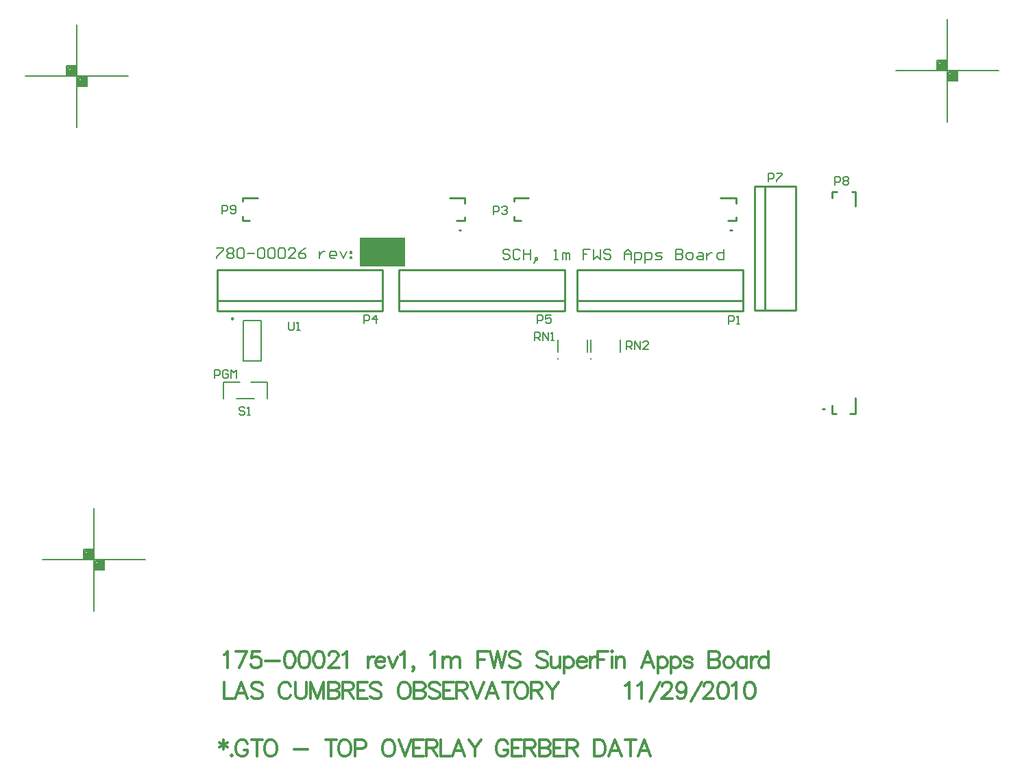
<source format=gto>
%FSLAX23Y23*%
%MOIN*%
G70*
G01*
G75*
G04 Layer_Color=65535*
%ADD10O,0.079X0.024*%
%ADD11R,0.017X0.045*%
%ADD12R,0.014X0.060*%
%ADD13R,0.030X0.100*%
%ADD14R,0.031X0.060*%
%ADD15R,0.022X0.085*%
%ADD16R,0.039X0.059*%
%ADD17R,0.085X0.022*%
%ADD18C,0.020*%
%ADD19C,0.010*%
%ADD20C,0.025*%
%ADD21C,0.050*%
%ADD22C,0.005*%
%ADD23C,0.012*%
%ADD24C,0.008*%
%ADD25C,0.012*%
%ADD26C,0.012*%
%ADD27C,0.059*%
%ADD28R,0.059X0.059*%
%ADD29R,0.059X0.059*%
%ADD30C,0.047*%
%ADD31C,0.219*%
%ADD32C,0.050*%
%ADD33C,0.024*%
%ADD34C,0.040*%
%ADD35C,0.075*%
%ADD36C,0.087*%
%ADD37C,0.206*%
%ADD38C,0.068*%
G04:AMPARAMS|DCode=39|XSize=88mil|YSize=88mil|CornerRadius=0mil|HoleSize=0mil|Usage=FLASHONLY|Rotation=0.000|XOffset=0mil|YOffset=0mil|HoleType=Round|Shape=Relief|Width=10mil|Gap=10mil|Entries=4|*
%AMTHD39*
7,0,0,0.088,0.068,0.010,45*
%
%ADD39THD39*%
G04:AMPARAMS|DCode=40|XSize=70mil|YSize=70mil|CornerRadius=0mil|HoleSize=0mil|Usage=FLASHONLY|Rotation=0.000|XOffset=0mil|YOffset=0mil|HoleType=Round|Shape=Relief|Width=10mil|Gap=10mil|Entries=4|*
%AMTHD40*
7,0,0,0.070,0.050,0.010,45*
%
%ADD40THD40*%
%ADD41C,0.010*%
%ADD42C,0.008*%
%ADD43C,0.007*%
%ADD44R,0.224X0.139*%
D19*
X32310Y19311D02*
X32302D01*
X32310D01*
X34078Y18441D02*
X34070D01*
X34078D01*
X33629Y19311D02*
X33621D01*
X33629D01*
X32877Y18916D02*
X33682D01*
X32877Y19116D02*
X33682D01*
Y18916D02*
Y19116D01*
X32877Y18916D02*
Y19116D01*
Y18966D02*
X33682D01*
X33788Y18919D02*
Y19524D01*
X33738D02*
X33938D01*
X33738Y18919D02*
X33938D01*
Y19524D01*
X33738Y18919D02*
Y19524D01*
X32255Y19465D02*
X32330D01*
X31251D02*
X31322D01*
X31251Y19355D02*
X31283D01*
X32291D02*
X32330D01*
Y19374D01*
Y19441D02*
Y19465D01*
X31251Y19355D02*
Y19378D01*
Y19449D02*
Y19465D01*
X34228Y18418D02*
Y18492D01*
Y19425D02*
Y19496D01*
X34117Y19465D02*
Y19496D01*
Y18418D02*
Y18457D01*
Y18418D02*
X34137D01*
X34204D02*
X34228D01*
X34117Y19496D02*
X34141D01*
X34212D02*
X34228D01*
X32011Y18916D02*
X32816D01*
X32011Y19116D02*
X32816D01*
Y18916D02*
Y19116D01*
X32011Y18916D02*
Y19116D01*
Y18966D02*
X32816D01*
X31125Y18916D02*
X31930D01*
X31125Y19116D02*
X31930D01*
Y18916D02*
Y19116D01*
X31125Y18916D02*
Y19116D01*
Y18966D02*
X31930D01*
X33574Y19465D02*
X33649D01*
X32570D02*
X32641D01*
X32570Y19355D02*
X32602D01*
X33610D02*
X33649D01*
Y19374D01*
Y19441D02*
Y19465D01*
X32570Y19355D02*
Y19378D01*
Y19449D02*
Y19465D01*
D22*
X31474Y18864D02*
Y18830D01*
X31481Y18824D01*
X31494D01*
X31501Y18830D01*
Y18864D01*
X31514Y18824D02*
X31528D01*
X31521D01*
Y18864D01*
X31514Y18857D01*
X32669Y18773D02*
Y18813D01*
X32689D01*
X32696Y18806D01*
Y18793D01*
X32689Y18786D01*
X32669D01*
X32683D02*
X32696Y18773D01*
X32709D02*
Y18813D01*
X32736Y18773D01*
Y18813D01*
X32749Y18773D02*
X32763D01*
X32756D01*
Y18813D01*
X32749Y18806D01*
X33613Y18854D02*
Y18894D01*
X33633D01*
X33640Y18887D01*
Y18874D01*
X33633Y18867D01*
X33613D01*
X33653Y18854D02*
X33667D01*
X33660D01*
Y18894D01*
X33653Y18887D01*
X33806Y19547D02*
Y19587D01*
X33826D01*
X33833Y19580D01*
Y19567D01*
X33826Y19560D01*
X33806D01*
X33846Y19587D02*
X33873D01*
Y19580D01*
X33846Y19553D01*
Y19547D01*
X31148Y19390D02*
Y19430D01*
X31168D01*
X31175Y19423D01*
Y19410D01*
X31168Y19403D01*
X31148D01*
X31188Y19396D02*
X31195Y19390D01*
X31208D01*
X31215Y19396D01*
Y19423D01*
X31208Y19430D01*
X31195D01*
X31188Y19423D01*
Y19416D01*
X31195Y19410D01*
X31215D01*
X31259Y18444D02*
X31252Y18451D01*
X31239D01*
X31232Y18444D01*
Y18437D01*
X31239Y18431D01*
X31252D01*
X31259Y18424D01*
Y18417D01*
X31252Y18411D01*
X31239D01*
X31232Y18417D01*
X31272Y18411D02*
X31286D01*
X31279D01*
Y18451D01*
X31272Y18444D01*
X33115Y18730D02*
Y18770D01*
X33135D01*
X33142Y18763D01*
Y18750D01*
X33135Y18743D01*
X33115D01*
X33129D02*
X33142Y18730D01*
X33155D02*
Y18770D01*
X33182Y18730D01*
Y18770D01*
X33222Y18730D02*
X33195D01*
X33222Y18756D01*
Y18763D01*
X33215Y18770D01*
X33202D01*
X33195Y18763D01*
X34130Y19531D02*
Y19571D01*
X34150D01*
X34157Y19564D01*
Y19551D01*
X34150Y19544D01*
X34130D01*
X34170Y19564D02*
X34177Y19571D01*
X34190D01*
X34197Y19564D01*
Y19557D01*
X34190Y19551D01*
X34197Y19544D01*
Y19537D01*
X34190Y19531D01*
X34177D01*
X34170Y19537D01*
Y19544D01*
X34177Y19551D01*
X34170Y19557D01*
Y19564D01*
X34177Y19551D02*
X34190D01*
X32684Y18856D02*
Y18896D01*
X32704D01*
X32711Y18889D01*
Y18876D01*
X32704Y18869D01*
X32684D01*
X32751Y18896D02*
X32724D01*
Y18876D01*
X32738Y18882D01*
X32744D01*
X32751Y18876D01*
Y18862D01*
X32744Y18856D01*
X32731D01*
X32724Y18862D01*
X31839Y18857D02*
Y18897D01*
X31859D01*
X31866Y18890D01*
Y18877D01*
X31859Y18870D01*
X31839D01*
X31899Y18857D02*
Y18897D01*
X31879Y18877D01*
X31906D01*
X32468Y19388D02*
Y19428D01*
X32488D01*
X32495Y19421D01*
Y19408D01*
X32488Y19401D01*
X32468D01*
X32508Y19421D02*
X32515Y19428D01*
X32528D01*
X32535Y19421D01*
Y19414D01*
X32528Y19408D01*
X32522D01*
X32528D01*
X32535Y19401D01*
Y19394D01*
X32528Y19388D01*
X32515D01*
X32508Y19394D01*
X31112Y18591D02*
Y18631D01*
X31132D01*
X31139Y18624D01*
Y18611D01*
X31132Y18604D01*
X31112D01*
X31179Y18624D02*
X31172Y18631D01*
X31159D01*
X31152Y18624D01*
Y18597D01*
X31159Y18591D01*
X31172D01*
X31179Y18597D01*
Y18611D01*
X31166D01*
X31192Y18591D02*
Y18631D01*
X31206Y18617D01*
X31219Y18631D01*
Y18591D01*
D23*
X31156Y16829D02*
Y16783D01*
X31137Y16817D02*
X31175Y16794D01*
Y16817D02*
X31137Y16794D01*
X31196Y16756D02*
X31192Y16753D01*
X31196Y16749D01*
X31199Y16753D01*
X31196Y16756D01*
X31274Y16810D02*
X31270Y16817D01*
X31263Y16825D01*
X31255Y16829D01*
X31240D01*
X31232Y16825D01*
X31224Y16817D01*
X31221Y16810D01*
X31217Y16798D01*
Y16779D01*
X31221Y16768D01*
X31224Y16760D01*
X31232Y16753D01*
X31240Y16749D01*
X31255D01*
X31263Y16753D01*
X31270Y16760D01*
X31274Y16768D01*
Y16779D01*
X31255D02*
X31274D01*
X31319Y16829D02*
Y16749D01*
X31292Y16829D02*
X31346D01*
X31378D02*
X31370Y16825D01*
X31363Y16817D01*
X31359Y16810D01*
X31355Y16798D01*
Y16779D01*
X31359Y16768D01*
X31363Y16760D01*
X31370Y16753D01*
X31378Y16749D01*
X31393D01*
X31401Y16753D01*
X31408Y16760D01*
X31412Y16768D01*
X31416Y16779D01*
Y16798D01*
X31412Y16810D01*
X31408Y16817D01*
X31401Y16825D01*
X31393Y16829D01*
X31378D01*
X31498Y16783D02*
X31566D01*
X31679Y16829D02*
Y16749D01*
X31653Y16829D02*
X31706D01*
X31738D02*
X31731Y16825D01*
X31723Y16817D01*
X31719Y16810D01*
X31715Y16798D01*
Y16779D01*
X31719Y16768D01*
X31723Y16760D01*
X31731Y16753D01*
X31738Y16749D01*
X31754D01*
X31761Y16753D01*
X31769Y16760D01*
X31773Y16768D01*
X31776Y16779D01*
Y16798D01*
X31773Y16810D01*
X31769Y16817D01*
X31761Y16825D01*
X31754Y16829D01*
X31738D01*
X31795Y16787D02*
X31829D01*
X31841Y16791D01*
X31845Y16794D01*
X31848Y16802D01*
Y16814D01*
X31845Y16821D01*
X31841Y16825D01*
X31829Y16829D01*
X31795D01*
Y16749D01*
X31952Y16829D02*
X31944Y16825D01*
X31937Y16817D01*
X31933Y16810D01*
X31929Y16798D01*
Y16779D01*
X31933Y16768D01*
X31937Y16760D01*
X31944Y16753D01*
X31952Y16749D01*
X31967D01*
X31975Y16753D01*
X31982Y16760D01*
X31986Y16768D01*
X31990Y16779D01*
Y16798D01*
X31986Y16810D01*
X31982Y16817D01*
X31975Y16825D01*
X31967Y16829D01*
X31952D01*
X32009D02*
X32039Y16749D01*
X32070Y16829D02*
X32039Y16749D01*
X32129Y16829D02*
X32080D01*
Y16749D01*
X32129D01*
X32080Y16791D02*
X32110D01*
X32143Y16829D02*
Y16749D01*
Y16829D02*
X32177D01*
X32188Y16825D01*
X32192Y16821D01*
X32196Y16814D01*
Y16806D01*
X32192Y16798D01*
X32188Y16794D01*
X32177Y16791D01*
X32143D01*
X32169D02*
X32196Y16749D01*
X32214Y16829D02*
Y16749D01*
X32260D01*
X32329D02*
X32299Y16829D01*
X32268Y16749D01*
X32280Y16775D02*
X32318D01*
X32348Y16829D02*
X32379Y16791D01*
Y16749D01*
X32409Y16829D02*
X32379Y16791D01*
X32539Y16810D02*
X32535Y16817D01*
X32528Y16825D01*
X32520Y16829D01*
X32505D01*
X32497Y16825D01*
X32490Y16817D01*
X32486Y16810D01*
X32482Y16798D01*
Y16779D01*
X32486Y16768D01*
X32490Y16760D01*
X32497Y16753D01*
X32505Y16749D01*
X32520D01*
X32528Y16753D01*
X32535Y16760D01*
X32539Y16768D01*
Y16779D01*
X32520D02*
X32539D01*
X32607Y16829D02*
X32558D01*
Y16749D01*
X32607D01*
X32558Y16791D02*
X32588D01*
X32620Y16829D02*
Y16749D01*
Y16829D02*
X32655D01*
X32666Y16825D01*
X32670Y16821D01*
X32674Y16814D01*
Y16806D01*
X32670Y16798D01*
X32666Y16794D01*
X32655Y16791D01*
X32620D01*
X32647D02*
X32674Y16749D01*
X32692Y16829D02*
Y16749D01*
Y16829D02*
X32726D01*
X32737Y16825D01*
X32741Y16821D01*
X32745Y16814D01*
Y16806D01*
X32741Y16798D01*
X32737Y16794D01*
X32726Y16791D01*
X32692D02*
X32726D01*
X32737Y16787D01*
X32741Y16783D01*
X32745Y16775D01*
Y16764D01*
X32741Y16756D01*
X32737Y16753D01*
X32726Y16749D01*
X32692D01*
X32812Y16829D02*
X32763D01*
Y16749D01*
X32812D01*
X32763Y16791D02*
X32793D01*
X32826Y16829D02*
Y16749D01*
Y16829D02*
X32860D01*
X32871Y16825D01*
X32875Y16821D01*
X32879Y16814D01*
Y16806D01*
X32875Y16798D01*
X32871Y16794D01*
X32860Y16791D01*
X32826D01*
X32852D02*
X32879Y16749D01*
X32960Y16829D02*
Y16749D01*
Y16829D02*
X32986D01*
X32998Y16825D01*
X33005Y16817D01*
X33009Y16810D01*
X33013Y16798D01*
Y16779D01*
X33009Y16768D01*
X33005Y16760D01*
X32998Y16753D01*
X32986Y16749D01*
X32960D01*
X33092D02*
X33061Y16829D01*
X33031Y16749D01*
X33042Y16775D02*
X33080D01*
X33137Y16829D02*
Y16749D01*
X33111Y16829D02*
X33164D01*
X33234Y16749D02*
X33204Y16829D01*
X33173Y16749D01*
X33185Y16775D02*
X33223D01*
D24*
X32549Y19209D02*
X32540Y19218D01*
X32524D01*
X32515Y19209D01*
Y19201D01*
X32524Y19193D01*
X32540D01*
X32549Y19184D01*
Y19176D01*
X32540Y19168D01*
X32524D01*
X32515Y19176D01*
X32599Y19209D02*
X32590Y19218D01*
X32574D01*
X32565Y19209D01*
Y19176D01*
X32574Y19168D01*
X32590D01*
X32599Y19176D01*
X32615Y19218D02*
Y19168D01*
Y19193D01*
X32649D01*
Y19218D01*
Y19168D01*
X32674Y19159D02*
X32682Y19168D01*
Y19176D01*
X32674D01*
Y19168D01*
X32682D01*
X32674Y19159D01*
X32665Y19151D01*
X32765Y19168D02*
X32782D01*
X32774D01*
Y19218D01*
X32765Y19209D01*
X32807Y19168D02*
Y19201D01*
X32815D01*
X32823Y19193D01*
Y19168D01*
Y19193D01*
X32832Y19201D01*
X32840Y19193D01*
Y19168D01*
X32940Y19218D02*
X32907D01*
Y19193D01*
X32923D01*
X32907D01*
Y19168D01*
X32957Y19218D02*
Y19168D01*
X32973Y19184D01*
X32990Y19168D01*
Y19218D01*
X33040Y19209D02*
X33032Y19218D01*
X33015D01*
X33007Y19209D01*
Y19201D01*
X33015Y19193D01*
X33032D01*
X33040Y19184D01*
Y19176D01*
X33032Y19168D01*
X33015D01*
X33007Y19176D01*
X33107Y19168D02*
Y19201D01*
X33123Y19218D01*
X33140Y19201D01*
Y19168D01*
Y19193D01*
X33107D01*
X33157Y19151D02*
Y19201D01*
X33182D01*
X33190Y19193D01*
Y19176D01*
X33182Y19168D01*
X33157D01*
X33207Y19151D02*
Y19201D01*
X33232D01*
X33240Y19193D01*
Y19176D01*
X33232Y19168D01*
X33207D01*
X33257D02*
X33282D01*
X33290Y19176D01*
X33282Y19184D01*
X33265D01*
X33257Y19193D01*
X33265Y19201D01*
X33290D01*
X33357Y19218D02*
Y19168D01*
X33382D01*
X33390Y19176D01*
Y19184D01*
X33382Y19193D01*
X33357D01*
X33382D01*
X33390Y19201D01*
Y19209D01*
X33382Y19218D01*
X33357D01*
X33415Y19168D02*
X33432D01*
X33440Y19176D01*
Y19193D01*
X33432Y19201D01*
X33415D01*
X33407Y19193D01*
Y19176D01*
X33415Y19168D01*
X33465Y19201D02*
X33482D01*
X33490Y19193D01*
Y19168D01*
X33465D01*
X33457Y19176D01*
X33465Y19184D01*
X33490D01*
X33507Y19201D02*
Y19168D01*
Y19184D01*
X33515Y19193D01*
X33523Y19201D01*
X33532D01*
X33590Y19218D02*
Y19168D01*
X33565D01*
X33557Y19176D01*
Y19193D01*
X33565Y19201D01*
X33590D01*
X31123Y19222D02*
X31157D01*
Y19213D01*
X31123Y19180D01*
Y19172D01*
X31173Y19213D02*
X31182Y19222D01*
X31198D01*
X31207Y19213D01*
Y19205D01*
X31198Y19197D01*
X31207Y19188D01*
Y19180D01*
X31198Y19172D01*
X31182D01*
X31173Y19180D01*
Y19188D01*
X31182Y19197D01*
X31173Y19205D01*
Y19213D01*
X31182Y19197D02*
X31198D01*
X31223Y19213D02*
X31232Y19222D01*
X31248D01*
X31257Y19213D01*
Y19180D01*
X31248Y19172D01*
X31232D01*
X31223Y19180D01*
Y19213D01*
X31273Y19197D02*
X31307D01*
X31323Y19213D02*
X31332Y19222D01*
X31348D01*
X31357Y19213D01*
Y19180D01*
X31348Y19172D01*
X31332D01*
X31323Y19180D01*
Y19213D01*
X31373D02*
X31382Y19222D01*
X31398D01*
X31407Y19213D01*
Y19180D01*
X31398Y19172D01*
X31382D01*
X31373Y19180D01*
Y19213D01*
X31423D02*
X31431Y19222D01*
X31448D01*
X31456Y19213D01*
Y19180D01*
X31448Y19172D01*
X31431D01*
X31423Y19180D01*
Y19213D01*
X31506Y19172D02*
X31473D01*
X31506Y19205D01*
Y19213D01*
X31498Y19222D01*
X31481D01*
X31473Y19213D01*
X31556Y19222D02*
X31540Y19213D01*
X31523Y19197D01*
Y19180D01*
X31531Y19172D01*
X31548D01*
X31556Y19180D01*
Y19188D01*
X31548Y19197D01*
X31523D01*
X31623Y19205D02*
Y19172D01*
Y19188D01*
X31631Y19197D01*
X31640Y19205D01*
X31648D01*
X31698Y19172D02*
X31681D01*
X31673Y19180D01*
Y19197D01*
X31681Y19205D01*
X31698D01*
X31706Y19197D01*
Y19188D01*
X31673D01*
X31723Y19205D02*
X31740Y19172D01*
X31756Y19205D01*
X31773D02*
X31781D01*
Y19197D01*
X31773D01*
Y19205D01*
Y19180D02*
X31781D01*
Y19172D01*
X31773D01*
Y19180D01*
X34427Y20086D02*
X34927D01*
X34677Y19836D02*
Y20336D01*
X34627Y20086D02*
Y20136D01*
X34677D01*
X34727Y20036D02*
Y20086D01*
X34677Y20036D02*
X34727D01*
X34682Y20081D02*
X34722D01*
Y20041D02*
Y20081D01*
X34682Y20041D02*
X34722D01*
X34682D02*
Y20081D01*
X34687Y20076D02*
X34717D01*
Y20046D02*
Y20076D01*
X34687Y20046D02*
X34717D01*
X34687D02*
Y20071D01*
X34692D02*
X34712D01*
Y20051D02*
Y20071D01*
X34692Y20051D02*
X34712D01*
X34692D02*
Y20066D01*
X34697D02*
X34707D01*
Y20056D02*
Y20066D01*
X34697Y20056D02*
X34707D01*
X34697D02*
Y20066D01*
Y20061D02*
X34707D01*
X34632Y20131D02*
X34672D01*
Y20091D02*
Y20131D01*
X34632Y20091D02*
X34672D01*
X34632D02*
Y20131D01*
X34637Y20126D02*
X34667D01*
Y20096D02*
Y20126D01*
X34637Y20096D02*
X34667D01*
X34637D02*
Y20121D01*
X34642D02*
X34662D01*
Y20101D02*
Y20121D01*
X34642Y20101D02*
X34662D01*
X34642D02*
Y20116D01*
X34647D02*
X34657D01*
Y20106D02*
Y20116D01*
X34647Y20106D02*
X34657D01*
X34647D02*
Y20116D01*
Y20111D02*
X34657D01*
X30192Y20061D02*
X30692D01*
X30442Y19811D02*
Y20311D01*
X30392Y20061D02*
Y20111D01*
X30442D01*
X30492Y20011D02*
Y20061D01*
X30442Y20011D02*
X30492D01*
X30447Y20056D02*
X30487D01*
Y20016D02*
Y20056D01*
X30447Y20016D02*
X30487D01*
X30447D02*
Y20056D01*
X30452Y20051D02*
X30482D01*
Y20021D02*
Y20051D01*
X30452Y20021D02*
X30482D01*
X30452D02*
Y20046D01*
X30457D02*
X30477D01*
Y20026D02*
Y20046D01*
X30457Y20026D02*
X30477D01*
X30457D02*
Y20041D01*
X30462D02*
X30472D01*
Y20031D02*
Y20041D01*
X30462Y20031D02*
X30472D01*
X30462D02*
Y20041D01*
Y20036D02*
X30472D01*
X30397Y20106D02*
X30437D01*
Y20066D02*
Y20106D01*
X30397Y20066D02*
X30437D01*
X30397D02*
Y20106D01*
X30402Y20101D02*
X30432D01*
Y20071D02*
Y20101D01*
X30402Y20071D02*
X30432D01*
X30402D02*
Y20096D01*
X30407D02*
X30427D01*
Y20076D02*
Y20096D01*
X30407Y20076D02*
X30427D01*
X30407D02*
Y20091D01*
X30412D02*
X30422D01*
Y20081D02*
Y20091D01*
X30412Y20081D02*
X30422D01*
X30412D02*
Y20091D01*
Y20086D02*
X30422D01*
X30277Y17706D02*
X30777D01*
X30527Y17456D02*
Y17956D01*
X30477Y17706D02*
Y17756D01*
X30527D01*
X30577Y17656D02*
Y17706D01*
X30527Y17656D02*
X30577D01*
X30532Y17701D02*
X30572D01*
Y17661D02*
Y17701D01*
X30532Y17661D02*
X30572D01*
X30532D02*
Y17701D01*
X30537Y17696D02*
X30567D01*
Y17666D02*
Y17696D01*
X30537Y17666D02*
X30567D01*
X30537D02*
Y17691D01*
X30542D02*
X30562D01*
Y17671D02*
Y17691D01*
X30542Y17671D02*
X30562D01*
X30542D02*
Y17686D01*
X30547D02*
X30557D01*
Y17676D02*
Y17686D01*
X30547Y17676D02*
X30557D01*
X30547D02*
Y17686D01*
Y17681D02*
X30557D01*
X30482Y17751D02*
X30522D01*
Y17711D02*
Y17751D01*
X30482Y17711D02*
X30522D01*
X30482D02*
Y17751D01*
X30487Y17746D02*
X30517D01*
Y17716D02*
Y17746D01*
X30487Y17716D02*
X30517D01*
X30487D02*
Y17741D01*
X30492D02*
X30512D01*
Y17721D02*
Y17741D01*
X30492Y17721D02*
X30512D01*
X30492D02*
Y17736D01*
X30497D02*
X30507D01*
Y17726D02*
Y17736D01*
X30497Y17726D02*
X30507D01*
X30497D02*
Y17736D01*
Y17731D02*
X30507D01*
D25*
X31158Y17244D02*
X31166Y17248D01*
X31177Y17259D01*
Y17179D01*
X31270Y17259D02*
X31232Y17179D01*
X31217Y17259D02*
X31270D01*
X31334D02*
X31296D01*
X31292Y17225D01*
X31296Y17229D01*
X31307Y17233D01*
X31319D01*
X31330Y17229D01*
X31338Y17221D01*
X31341Y17210D01*
Y17202D01*
X31338Y17191D01*
X31330Y17183D01*
X31319Y17179D01*
X31307D01*
X31296Y17183D01*
X31292Y17187D01*
X31288Y17195D01*
X31359Y17214D02*
X31428D01*
X31474Y17259D02*
X31463Y17256D01*
X31455Y17244D01*
X31452Y17225D01*
Y17214D01*
X31455Y17195D01*
X31463Y17183D01*
X31474Y17179D01*
X31482D01*
X31493Y17183D01*
X31501Y17195D01*
X31505Y17214D01*
Y17225D01*
X31501Y17244D01*
X31493Y17256D01*
X31482Y17259D01*
X31474D01*
X31546D02*
X31534Y17256D01*
X31527Y17244D01*
X31523Y17225D01*
Y17214D01*
X31527Y17195D01*
X31534Y17183D01*
X31546Y17179D01*
X31553D01*
X31565Y17183D01*
X31572Y17195D01*
X31576Y17214D01*
Y17225D01*
X31572Y17244D01*
X31565Y17256D01*
X31553Y17259D01*
X31546D01*
X31617D02*
X31605Y17256D01*
X31598Y17244D01*
X31594Y17225D01*
Y17214D01*
X31598Y17195D01*
X31605Y17183D01*
X31617Y17179D01*
X31624D01*
X31636Y17183D01*
X31644Y17195D01*
X31647Y17214D01*
Y17225D01*
X31644Y17244D01*
X31636Y17256D01*
X31624Y17259D01*
X31617D01*
X31669Y17240D02*
Y17244D01*
X31673Y17252D01*
X31677Y17256D01*
X31684Y17259D01*
X31700D01*
X31707Y17256D01*
X31711Y17252D01*
X31715Y17244D01*
Y17237D01*
X31711Y17229D01*
X31703Y17217D01*
X31665Y17179D01*
X31719D01*
X31736Y17244D02*
X31744Y17248D01*
X31755Y17259D01*
Y17179D01*
X31858Y17233D02*
Y17179D01*
Y17210D02*
X31862Y17221D01*
X31869Y17229D01*
X31877Y17233D01*
X31888D01*
X31896Y17210D02*
X31941D01*
Y17217D01*
X31938Y17225D01*
X31934Y17229D01*
X31926Y17233D01*
X31915D01*
X31907Y17229D01*
X31899Y17221D01*
X31896Y17210D01*
Y17202D01*
X31899Y17191D01*
X31907Y17183D01*
X31915Y17179D01*
X31926D01*
X31934Y17183D01*
X31941Y17191D01*
X31958Y17233D02*
X31981Y17179D01*
X32004Y17233D02*
X31981Y17179D01*
X32017Y17244D02*
X32025Y17248D01*
X32036Y17259D01*
Y17179D01*
X32083Y17183D02*
X32080Y17179D01*
X32076Y17183D01*
X32080Y17187D01*
X32083Y17183D01*
Y17176D01*
X32080Y17168D01*
X32076Y17164D01*
X32164Y17244D02*
X32171Y17248D01*
X32183Y17259D01*
Y17179D01*
X32222Y17233D02*
Y17179D01*
Y17217D02*
X32234Y17229D01*
X32241Y17233D01*
X32253D01*
X32261Y17229D01*
X32264Y17217D01*
Y17179D01*
Y17217D02*
X32276Y17229D01*
X32283Y17233D01*
X32295D01*
X32302Y17229D01*
X32306Y17217D01*
Y17179D01*
X32394Y17259D02*
Y17179D01*
Y17259D02*
X32444D01*
X32394Y17221D02*
X32425D01*
X32453Y17259D02*
X32472Y17179D01*
X32491Y17259D02*
X32472Y17179D01*
X32491Y17259D02*
X32510Y17179D01*
X32529Y17259D02*
X32510Y17179D01*
X32598Y17248D02*
X32591Y17256D01*
X32579Y17259D01*
X32564D01*
X32553Y17256D01*
X32545Y17248D01*
Y17240D01*
X32549Y17233D01*
X32553Y17229D01*
X32560Y17225D01*
X32583Y17217D01*
X32591Y17214D01*
X32595Y17210D01*
X32598Y17202D01*
Y17191D01*
X32591Y17183D01*
X32579Y17179D01*
X32564D01*
X32553Y17183D01*
X32545Y17191D01*
X32732Y17248D02*
X32725Y17256D01*
X32713Y17259D01*
X32698D01*
X32687Y17256D01*
X32679Y17248D01*
Y17240D01*
X32683Y17233D01*
X32687Y17229D01*
X32694Y17225D01*
X32717Y17217D01*
X32725Y17214D01*
X32729Y17210D01*
X32732Y17202D01*
Y17191D01*
X32725Y17183D01*
X32713Y17179D01*
X32698D01*
X32687Y17183D01*
X32679Y17191D01*
X32750Y17233D02*
Y17195D01*
X32754Y17183D01*
X32762Y17179D01*
X32773D01*
X32781Y17183D01*
X32792Y17195D01*
Y17233D02*
Y17179D01*
X32813Y17233D02*
Y17153D01*
Y17221D02*
X32821Y17229D01*
X32828Y17233D01*
X32840D01*
X32847Y17229D01*
X32855Y17221D01*
X32859Y17210D01*
Y17202D01*
X32855Y17191D01*
X32847Y17183D01*
X32840Y17179D01*
X32828D01*
X32821Y17183D01*
X32813Y17191D01*
X32876Y17210D02*
X32922D01*
Y17217D01*
X32918Y17225D01*
X32914Y17229D01*
X32906Y17233D01*
X32895D01*
X32887Y17229D01*
X32880Y17221D01*
X32876Y17210D01*
Y17202D01*
X32880Y17191D01*
X32887Y17183D01*
X32895Y17179D01*
X32906D01*
X32914Y17183D01*
X32922Y17191D01*
X32939Y17233D02*
Y17179D01*
Y17210D02*
X32943Y17221D01*
X32950Y17229D01*
X32958Y17233D01*
X32969D01*
X32977Y17259D02*
Y17179D01*
Y17259D02*
X33026D01*
X32977Y17221D02*
X33007D01*
X33043Y17259D02*
X33047Y17256D01*
X33050Y17259D01*
X33047Y17263D01*
X33043Y17259D01*
X33047Y17233D02*
Y17179D01*
X33065Y17233D02*
Y17179D01*
Y17217D02*
X33076Y17229D01*
X33084Y17233D01*
X33095D01*
X33103Y17229D01*
X33106Y17217D01*
Y17179D01*
X33251D02*
X33221Y17259D01*
X33190Y17179D01*
X33202Y17206D02*
X33240D01*
X33270Y17233D02*
Y17153D01*
Y17221D02*
X33277Y17229D01*
X33285Y17233D01*
X33297D01*
X33304Y17229D01*
X33312Y17221D01*
X33316Y17210D01*
Y17202D01*
X33312Y17191D01*
X33304Y17183D01*
X33297Y17179D01*
X33285D01*
X33277Y17183D01*
X33270Y17191D01*
X33333Y17233D02*
Y17153D01*
Y17221D02*
X33340Y17229D01*
X33348Y17233D01*
X33359D01*
X33367Y17229D01*
X33375Y17221D01*
X33378Y17210D01*
Y17202D01*
X33375Y17191D01*
X33367Y17183D01*
X33359Y17179D01*
X33348D01*
X33340Y17183D01*
X33333Y17191D01*
X33437Y17221D02*
X33434Y17229D01*
X33422Y17233D01*
X33411D01*
X33399Y17229D01*
X33396Y17221D01*
X33399Y17214D01*
X33407Y17210D01*
X33426Y17206D01*
X33434Y17202D01*
X33437Y17195D01*
Y17191D01*
X33434Y17183D01*
X33422Y17179D01*
X33411D01*
X33399Y17183D01*
X33396Y17191D01*
X33517Y17259D02*
Y17179D01*
Y17259D02*
X33551D01*
X33563Y17256D01*
X33567Y17252D01*
X33570Y17244D01*
Y17237D01*
X33567Y17229D01*
X33563Y17225D01*
X33551Y17221D01*
X33517D02*
X33551D01*
X33563Y17217D01*
X33567Y17214D01*
X33570Y17206D01*
Y17195D01*
X33567Y17187D01*
X33563Y17183D01*
X33551Y17179D01*
X33517D01*
X33607Y17233D02*
X33600Y17229D01*
X33592Y17221D01*
X33588Y17210D01*
Y17202D01*
X33592Y17191D01*
X33600Y17183D01*
X33607Y17179D01*
X33619D01*
X33626Y17183D01*
X33634Y17191D01*
X33638Y17202D01*
Y17210D01*
X33634Y17221D01*
X33626Y17229D01*
X33619Y17233D01*
X33607D01*
X33701D02*
Y17179D01*
Y17221D02*
X33693Y17229D01*
X33686Y17233D01*
X33674D01*
X33667Y17229D01*
X33659Y17221D01*
X33655Y17210D01*
Y17202D01*
X33659Y17191D01*
X33667Y17183D01*
X33674Y17179D01*
X33686D01*
X33693Y17183D01*
X33701Y17191D01*
X33722Y17233D02*
Y17179D01*
Y17210D02*
X33726Y17221D01*
X33734Y17229D01*
X33741Y17233D01*
X33753D01*
X33806Y17259D02*
Y17179D01*
Y17221D02*
X33798Y17229D01*
X33790Y17233D01*
X33779D01*
X33771Y17229D01*
X33764Y17221D01*
X33760Y17210D01*
Y17202D01*
X33764Y17191D01*
X33771Y17183D01*
X33779Y17179D01*
X33790D01*
X33798Y17183D01*
X33806Y17191D01*
D26*
X31158Y17109D02*
Y17029D01*
X31204D01*
X31274D02*
X31243Y17109D01*
X31213Y17029D01*
X31224Y17056D02*
X31262D01*
X31346Y17098D02*
X31338Y17106D01*
X31327Y17109D01*
X31311D01*
X31300Y17106D01*
X31292Y17098D01*
Y17090D01*
X31296Y17083D01*
X31300Y17079D01*
X31308Y17075D01*
X31330Y17067D01*
X31338Y17064D01*
X31342Y17060D01*
X31346Y17052D01*
Y17041D01*
X31338Y17033D01*
X31327Y17029D01*
X31311D01*
X31300Y17033D01*
X31292Y17041D01*
X31484Y17090D02*
X31480Y17098D01*
X31472Y17106D01*
X31465Y17109D01*
X31449D01*
X31442Y17106D01*
X31434Y17098D01*
X31430Y17090D01*
X31426Y17079D01*
Y17060D01*
X31430Y17048D01*
X31434Y17041D01*
X31442Y17033D01*
X31449Y17029D01*
X31465D01*
X31472Y17033D01*
X31480Y17041D01*
X31484Y17048D01*
X31506Y17109D02*
Y17052D01*
X31510Y17041D01*
X31517Y17033D01*
X31529Y17029D01*
X31536D01*
X31548Y17033D01*
X31556Y17041D01*
X31559Y17052D01*
Y17109D01*
X31581D02*
Y17029D01*
Y17109D02*
X31612Y17029D01*
X31642Y17109D02*
X31612Y17029D01*
X31642Y17109D02*
Y17029D01*
X31665Y17109D02*
Y17029D01*
Y17109D02*
X31700D01*
X31711Y17106D01*
X31715Y17102D01*
X31719Y17094D01*
Y17086D01*
X31715Y17079D01*
X31711Y17075D01*
X31700Y17071D01*
X31665D02*
X31700D01*
X31711Y17067D01*
X31715Y17064D01*
X31719Y17056D01*
Y17045D01*
X31715Y17037D01*
X31711Y17033D01*
X31700Y17029D01*
X31665D01*
X31736Y17109D02*
Y17029D01*
Y17109D02*
X31771D01*
X31782Y17106D01*
X31786Y17102D01*
X31790Y17094D01*
Y17086D01*
X31786Y17079D01*
X31782Y17075D01*
X31771Y17071D01*
X31736D01*
X31763D02*
X31790Y17029D01*
X31857Y17109D02*
X31808D01*
Y17029D01*
X31857D01*
X31808Y17071D02*
X31838D01*
X31924Y17098D02*
X31916Y17106D01*
X31905Y17109D01*
X31890D01*
X31878Y17106D01*
X31871Y17098D01*
Y17090D01*
X31874Y17083D01*
X31878Y17079D01*
X31886Y17075D01*
X31909Y17067D01*
X31916Y17064D01*
X31920Y17060D01*
X31924Y17052D01*
Y17041D01*
X31916Y17033D01*
X31905Y17029D01*
X31890D01*
X31878Y17033D01*
X31871Y17041D01*
X32027Y17109D02*
X32020Y17106D01*
X32012Y17098D01*
X32008Y17090D01*
X32005Y17079D01*
Y17060D01*
X32008Y17048D01*
X32012Y17041D01*
X32020Y17033D01*
X32027Y17029D01*
X32043D01*
X32050Y17033D01*
X32058Y17041D01*
X32062Y17048D01*
X32066Y17060D01*
Y17079D01*
X32062Y17090D01*
X32058Y17098D01*
X32050Y17106D01*
X32043Y17109D01*
X32027D01*
X32084D02*
Y17029D01*
Y17109D02*
X32118D01*
X32130Y17106D01*
X32134Y17102D01*
X32138Y17094D01*
Y17086D01*
X32134Y17079D01*
X32130Y17075D01*
X32118Y17071D01*
X32084D02*
X32118D01*
X32130Y17067D01*
X32134Y17064D01*
X32138Y17056D01*
Y17045D01*
X32134Y17037D01*
X32130Y17033D01*
X32118Y17029D01*
X32084D01*
X32209Y17098D02*
X32201Y17106D01*
X32190Y17109D01*
X32174D01*
X32163Y17106D01*
X32155Y17098D01*
Y17090D01*
X32159Y17083D01*
X32163Y17079D01*
X32171Y17075D01*
X32193Y17067D01*
X32201Y17064D01*
X32205Y17060D01*
X32209Y17052D01*
Y17041D01*
X32201Y17033D01*
X32190Y17029D01*
X32174D01*
X32163Y17033D01*
X32155Y17041D01*
X32276Y17109D02*
X32227D01*
Y17029D01*
X32276D01*
X32227Y17071D02*
X32257D01*
X32289Y17109D02*
Y17029D01*
Y17109D02*
X32324D01*
X32335Y17106D01*
X32339Y17102D01*
X32343Y17094D01*
Y17086D01*
X32339Y17079D01*
X32335Y17075D01*
X32324Y17071D01*
X32289D01*
X32316D02*
X32343Y17029D01*
X32361Y17109D02*
X32391Y17029D01*
X32422Y17109D02*
X32391Y17029D01*
X32493D02*
X32462Y17109D01*
X32432Y17029D01*
X32443Y17056D02*
X32481D01*
X32538Y17109D02*
Y17029D01*
X32512Y17109D02*
X32565D01*
X32597D02*
X32590Y17106D01*
X32582Y17098D01*
X32578Y17090D01*
X32574Y17079D01*
Y17060D01*
X32578Y17048D01*
X32582Y17041D01*
X32590Y17033D01*
X32597Y17029D01*
X32612D01*
X32620Y17033D01*
X32628Y17041D01*
X32632Y17048D01*
X32635Y17060D01*
Y17079D01*
X32632Y17090D01*
X32628Y17098D01*
X32620Y17106D01*
X32612Y17109D01*
X32597D01*
X32654D02*
Y17029D01*
Y17109D02*
X32688D01*
X32700Y17106D01*
X32703Y17102D01*
X32707Y17094D01*
Y17086D01*
X32703Y17079D01*
X32700Y17075D01*
X32688Y17071D01*
X32654D01*
X32681D02*
X32707Y17029D01*
X32725Y17109D02*
X32756Y17071D01*
Y17029D01*
X32786Y17109D02*
X32756Y17071D01*
X33111Y17094D02*
X33118Y17098D01*
X33130Y17109D01*
Y17029D01*
X33169Y17094D02*
X33177Y17098D01*
X33188Y17109D01*
Y17029D01*
X33228Y17018D02*
X33281Y17109D01*
X33290Y17090D02*
Y17094D01*
X33294Y17102D01*
X33298Y17106D01*
X33306Y17109D01*
X33321D01*
X33328Y17106D01*
X33332Y17102D01*
X33336Y17094D01*
Y17086D01*
X33332Y17079D01*
X33325Y17067D01*
X33287Y17029D01*
X33340D01*
X33407Y17083D02*
X33404Y17071D01*
X33396Y17064D01*
X33384Y17060D01*
X33381D01*
X33369Y17064D01*
X33362Y17071D01*
X33358Y17083D01*
Y17086D01*
X33362Y17098D01*
X33369Y17106D01*
X33381Y17109D01*
X33384D01*
X33396Y17106D01*
X33404Y17098D01*
X33407Y17083D01*
Y17064D01*
X33404Y17045D01*
X33396Y17033D01*
X33384Y17029D01*
X33377D01*
X33365Y17033D01*
X33362Y17041D01*
X33429Y17018D02*
X33482Y17109D01*
X33492Y17090D02*
Y17094D01*
X33495Y17102D01*
X33499Y17106D01*
X33507Y17109D01*
X33522D01*
X33530Y17106D01*
X33533Y17102D01*
X33537Y17094D01*
Y17086D01*
X33533Y17079D01*
X33526Y17067D01*
X33488Y17029D01*
X33541D01*
X33582Y17109D02*
X33570Y17106D01*
X33563Y17094D01*
X33559Y17075D01*
Y17064D01*
X33563Y17045D01*
X33570Y17033D01*
X33582Y17029D01*
X33589D01*
X33601Y17033D01*
X33608Y17045D01*
X33612Y17064D01*
Y17075D01*
X33608Y17094D01*
X33601Y17106D01*
X33589Y17109D01*
X33582D01*
X33630Y17094D02*
X33638Y17098D01*
X33649Y17109D01*
Y17029D01*
X33712Y17109D02*
X33700Y17106D01*
X33693Y17094D01*
X33689Y17075D01*
Y17064D01*
X33693Y17045D01*
X33700Y17033D01*
X33712Y17029D01*
X33719D01*
X33731Y17033D01*
X33738Y17045D01*
X33742Y17064D01*
Y17075D01*
X33738Y17094D01*
X33731Y17106D01*
X33719Y17109D01*
X33712D01*
D41*
X31204Y18879D02*
X31196Y18884D01*
Y18875D01*
X31204Y18879D01*
D42*
X31254Y18672D02*
X31341D01*
X31254Y18869D02*
X31341D01*
Y18672D02*
Y18869D01*
X31254Y18672D02*
Y18869D01*
X32784Y18682D02*
Y18686D01*
Y18718D02*
Y18777D01*
X32925Y18718D02*
Y18777D01*
X32944Y18682D02*
Y18686D01*
Y18718D02*
Y18777D01*
X33085Y18718D02*
Y18777D01*
D43*
X31156Y18570D02*
X31235D01*
X31156Y18491D02*
Y18570D01*
X31219Y18491D02*
X31306D01*
X31368D02*
Y18570D01*
X31290D02*
X31368D01*
D44*
X31930Y19203D02*
D03*
M02*

</source>
